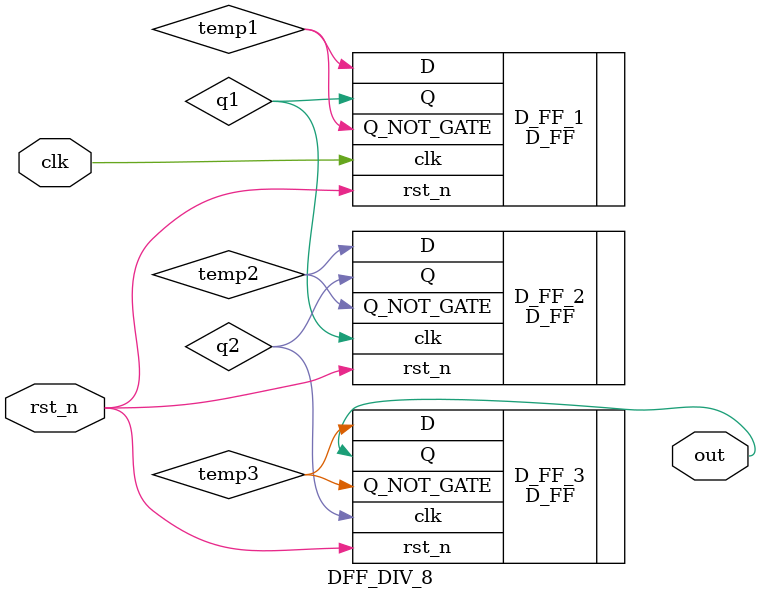
<source format=v>
module DFF_DIV_8 (
	input clk,
	input rst_n,
	output out
);

	wire q1;
	wire q2;
	wire temp1,temp2,temp3;

	D_FF D_FF_1 (
		.clk(clk),
		.rst_n(rst_n),
		.D(temp1),
		.Q(q1),
		.Q_NOT_GATE(temp1)
	);

	D_FF D_FF_2 (
		.clk(q1),
		.rst_n(rst_n),
		.D(temp2),
		.Q(q2),
		.Q_NOT_GATE(temp2)
	);

	D_FF D_FF_3 (
		.clk(q2),
		.rst_n(rst_n),
		.D(temp3),
		.Q(out),
		.Q_NOT_GATE(temp3)
	);


endmodule
</source>
